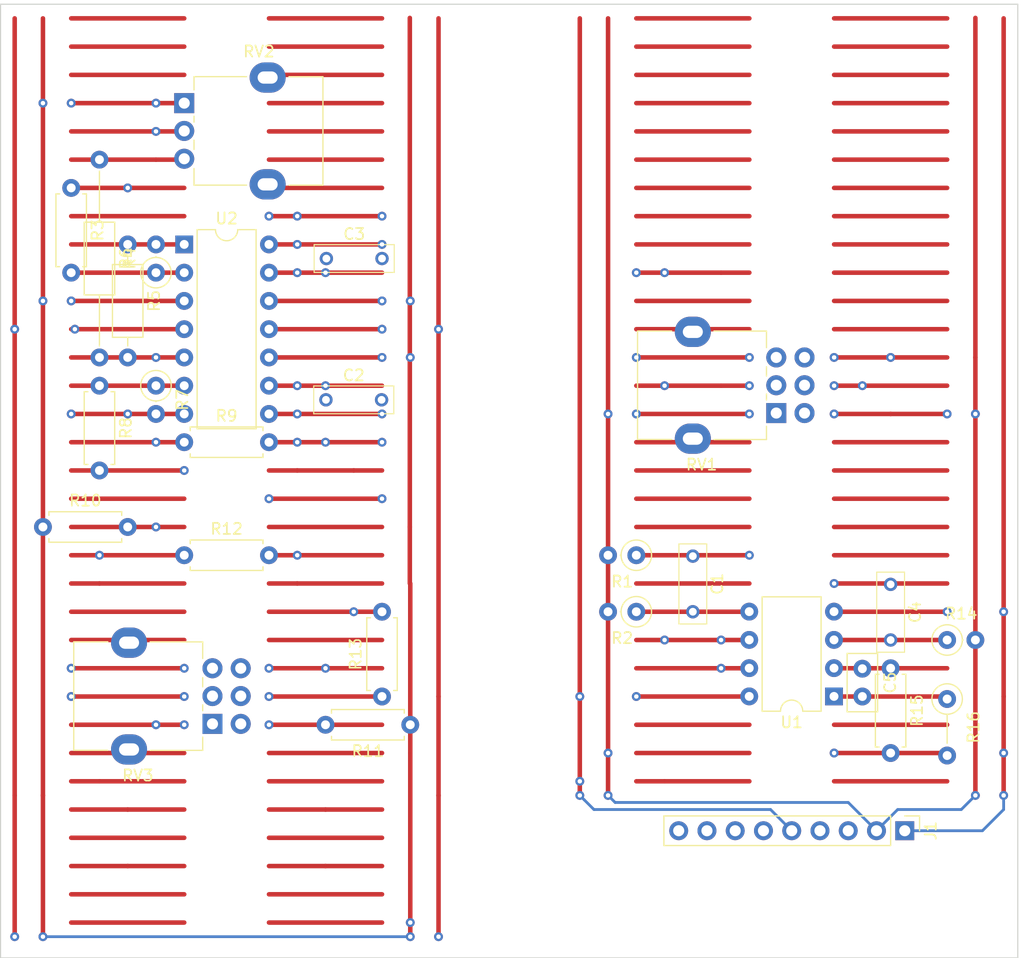
<source format=kicad_pcb>
(kicad_pcb (version 20221018) (generator pcbnew)
  (title_block (title "Filter2 - Eurorack ProtoModule") (date "2023-12-06") (rev "1.0") (company "Len Popp") (comment 1 "Copyright © 2023 Len Popp CC BY") (comment 2 "Layout design for my custom Eurorack breadboard prototyping module"))
  (layers (0 "F.Cu" signal) (1 "In1.Cu" jumper "Wire1.Cu") (2 "In2.Cu" jumper "Wire2.Cu") (3 "In3.Cu" jumper "Wire3.Cu") (4 "In4.Cu" jumper "Wire4.Cu") (31 "B.Cu" signal) (34 "B.Paste" user) (35 "F.Paste" user) (36 "B.SilkS" user "B.Silkscreen") (37 "F.SilkS" user "F.Silkscreen") (38 "B.Mask" user) (39 "F.Mask" user) (44 "Edge.Cuts" user))
  (net 0 "")
  (net 1 "+12V")
  (net 2 "GND")
  (net 3 "-12V")
  (net 4 "+5V")
  (net 5 "IN")
  (net 6 "Net-(U1A-+)")
  (net 7 "Net-(U2C--)")
  (net 8 "BP")
  (net 9 "Net-(U2D--)")
  (net 10 "LP")
  (net 11 "Net-(C4-Pad1)")
  (net 12 "Net-(U1B-+)")
  (net 13 "Net-(U1B--)")
  (net 14 "Net-(C5-Pad2)")
  (net 15 "OUT")
  (net 19 "FILTER-IN")
  (net 20 "Net-(U2A--)")
  (net 21 "Net-(R4-Pad2)")
  (net 22 "Net-(U2B-+)")
  (net 23 "Net-(R6-Pad1)")
  (net 24 "Net-(U2B--)")
  (net 25 "HP")
  (net 26 "Net-(R12-Pad1)")
  (net 27 "Net-(R13-Pad1)")
  (net 28 "Net-(U1A--)")
  (net 29 "Net-(R10-Pad2)")
  (net 30 "Net-(R11-Pad2)")
  (footprint "Connector_PinHeader_2.54mm:PinHeader_1x09_P2.54mm_Vertical" (layer "F.Cu") (at 163.83 98.425 -90)
    (fp_text reference "J1" (at 0 -2.33 90) (layer "F.SilkS"))
    (fp_text value "Conn_01x09")
    (pad "1" thru_hole rect (at 0 0 270) (size 1.7 1.7) (drill 1) (layers "*.Cu" "*.Mask") (net 3 "-12V"))
    (pad "2" thru_hole oval (at 0 2.54 270) (size 1.7 1.7) (drill 1) (layers "*.Cu" "*.Mask") (net 2 "GND"))
    (pad "3" thru_hole oval (at 0 5.08 270) (size 1.7 1.7) (drill 1) (layers "*.Cu" "*.Mask") (net 15 "OUT"))
    (pad "4" thru_hole oval (at 0 7.62 270) (size 1.7 1.7) (drill 1) (layers "*.Cu" "*.Mask") (net 5 "IN"))
    (pad "5" thru_hole oval (at 0 10.16 270) (size 1.7 1.7) (drill 1) (layers "*.Cu" "*.Mask") (net 1 "+12V"))
    (pad "6" thru_hole oval (at 0 12.7 270) (size 1.7 1.7) (drill 1) (layers "*.Cu" "*.Mask"))
    (pad "7" thru_hole oval (at 0 15.24 270) (size 1.7 1.7) (drill 1) (layers "*.Cu" "*.Mask") (net 4 "+5V"))
    (pad "8" thru_hole oval (at 0 17.78 270) (size 1.7 1.7) (drill 1) (layers "*.Cu" "*.Mask"))
    (pad "9" thru_hole oval (at 0 20.32 270) (size 1.7 1.7) (drill 1) (layers "*.Cu" "*.Mask"))
  )
  (footprint "-lmp-misc:R_Axial_DIN0207_L6.3mm_D2.5mm_P7.62mm_Horizontal" (layer "F.Cu") (at 99.06 63.5)
    (fp_text reference "R9" (at 3.81 -2.37) (layer "F.SilkS"))
    (fp_text value "10K")
    (pad "1" thru_hole circle (at 0 0) (size 1.6 1.6) (drill 0.8) (layers "*.Cu" "*.Mask") (net 22 "Net-(U2B-+)"))
    (pad "2" thru_hole oval (at 7.62 0) (size 1.6 1.6) (drill 0.8) (layers "*.Cu" "*.Mask") (net 8 "BP"))
  )
  (footprint "-lmp-misc:R_Axial_DIN0207_L6.3mm_D2.5mm_P7.62mm_Horizontal" (layer "F.Cu") (at 119.38 88.9 180)
    (fp_text reference "R11" (at 3.81 -2.37) (layer "F.SilkS"))
    (fp_text value "51R")
    (pad "1" thru_hole circle (at 0 0 180) (size 1.6 1.6) (drill 0.8) (layers "*.Cu" "*.Mask") (net 2 "GND"))
    (pad "2" thru_hole oval (at 7.62 0 180) (size 1.6 1.6) (drill 0.8) (layers "*.Cu" "*.Mask") (net 30 "Net-(R11-Pad2)"))
  )
  (footprint "-lmp-misc:C_Rect_Kemet_L7.2mm_W2.5mm_P5mm" (layer "F.Cu") (at 111.8 59.69)
    (fp_text reference "C2" (at 2.5 -2.2) (layer "F.SilkS"))
    (fp_text value "1N2" hide)
    (pad "1" thru_hole circle (at 0 0) (size 1.2 1.2) (drill 0.7) (layers "*.Cu" "*.Mask") (net 7 "Net-(U2C--)"))
    (pad "2" thru_hole circle (at 5 0) (size 1.2 1.2) (drill 0.7) (layers "*.Cu" "*.Mask") (net 8 "BP"))
  )
  (footprint "-lmp-synth:Potentiometer_Alpha_RD901F-40-00D_Single_Vertical" (layer "F.Cu") (at 99.06 33.02)
    (fp_text reference "RV2" (at 6.71 -4.64) (layer "F.SilkS"))
    (fp_text value "50K")
    (pad "" thru_hole oval (at 7.5 -2.3 90) (size 2.72 3.24) (drill oval 1.1 1.8) (layers "*.Cu" "*.Mask"))
    (pad "" thru_hole oval (at 7.5 7.3 90) (size 2.72 3.24) (drill oval 1.1 1.8) (layers "*.Cu" "*.Mask"))
    (pad "1" thru_hole rect (at 0 0 90) (size 1.8 1.8) (drill 1) (layers "*.Cu" "*.Mask") (net 2 "GND"))
    (pad "2" thru_hole circle (at 0 2.5 90) (size 1.8 1.8) (drill 1) (layers "*.Cu" "*.Mask") (net 2 "GND"))
    (pad "3" thru_hole circle (at 0 5 90) (size 1.8 1.8) (drill 1) (layers "*.Cu" "*.Mask") (net 23 "Net-(R6-Pad1)"))
  )
  (footprint "Package_DIP:DIP-14_W7.62mm" (layer "F.Cu") (at 99.06 45.72)
    (fp_text reference "U2" (at 3.81 -2.33) (layer "F.SilkS"))
    (fp_text value "TL074")
    (pad "1" thru_hole rect (at 0 0) (size 1.6 1.6) (drill 0.8) (layers "*.Cu" "*.Mask") (net 21 "Net-(R4-Pad2)"))
    (pad "2" thru_hole oval (at 0 2.54) (size 1.6 1.6) (drill 0.8) (layers "*.Cu" "*.Mask") (net 20 "Net-(U2A--)"))
    (pad "3" thru_hole oval (at 0 5.08) (size 1.6 1.6) (drill 0.8) (layers "*.Cu" "*.Mask") (net 2 "GND"))
    (pad "4" thru_hole oval (at 0 7.62) (size 1.6 1.6) (drill 0.8) (layers "*.Cu" "*.Mask") (net 1 "+12V"))
    (pad "5" thru_hole oval (at 0 10.16) (size 1.6 1.6) (drill 0.8) (layers "*.Cu" "*.Mask") (net 22 "Net-(U2B-+)"))
    (pad "6" thru_hole oval (at 0 12.7) (size 1.6 1.6) (drill 0.8) (layers "*.Cu" "*.Mask") (net 24 "Net-(U2B--)"))
    (pad "7" thru_hole oval (at 0 15.24) (size 1.6 1.6) (drill 0.8) (layers "*.Cu" "*.Mask") (net 25 "HP"))
    (pad "8" thru_hole oval (at 7.62 15.24) (size 1.6 1.6) (drill 0.8) (layers "*.Cu" "*.Mask") (net 8 "BP"))
    (pad "9" thru_hole oval (at 7.62 12.7) (size 1.6 1.6) (drill 0.8) (layers "*.Cu" "*.Mask") (net 7 "Net-(U2C--)"))
    (pad "10" thru_hole oval (at 7.62 10.16) (size 1.6 1.6) (drill 0.8) (layers "*.Cu" "*.Mask") (net 2 "GND"))
    (pad "11" thru_hole oval (at 7.62 7.62) (size 1.6 1.6) (drill 0.8) (layers "*.Cu" "*.Mask") (net 3 "-12V"))
    (pad "12" thru_hole oval (at 7.62 5.08) (size 1.6 1.6) (drill 0.8) (layers "*.Cu" "*.Mask") (net 2 "GND"))
    (pad "13" thru_hole oval (at 7.62 2.54) (size 1.6 1.6) (drill 0.8) (layers "*.Cu" "*.Mask") (net 9 "Net-(U2D--)"))
    (pad "14" thru_hole oval (at 7.62 0) (size 1.6 1.6) (drill 0.8) (layers "*.Cu" "*.Mask") (net 10 "LP"))
  )
  (footprint "-lmp-misc:C_Rect_Kemet_L7.2mm_W2.5mm_P5mm" (layer "F.Cu") (at 111.84 46.99)
    (fp_text reference "C3" (at 2.5 -2.2) (layer "F.SilkS"))
    (fp_text value "1N2" hide)
    (pad "1" thru_hole circle (at 0 0) (size 1.2 1.2) (drill 0.7) (layers "*.Cu" "*.Mask") (net 9 "Net-(U2D--)"))
    (pad "2" thru_hole circle (at 5 0) (size 1.2 1.2) (drill 0.7) (layers "*.Cu" "*.Mask") (net 10 "LP"))
  )
  (footprint "-lmp-misc:R_Axial_DIN0207_L6.3mm_D2.5mm_P7.62mm_Horizontal" (layer "F.Cu") (at 162.56 83.82 -90)
    (fp_text reference "R15" (at 3.81 -2.37 90) (layer "F.SilkS"))
    (fp_text value "100K")
    (pad "1" thru_hole circle (at 0 0 270) (size 1.6 1.6) (drill 0.8) (layers "*.Cu" "*.Mask") (net 28 "Net-(U1A--)"))
    (pad "2" thru_hole oval (at 7.62 0 270) (size 1.6 1.6) (drill 0.8) (layers "*.Cu" "*.Mask") (net 15 "OUT"))
  )
  (footprint "-lmp-stripboard:SB_Gen_1" (layer "F.Cu") (at 139.7 78.74 180)
    (fp_text reference "R2" (at 1.27 -2.37) (layer "F.SilkS"))
    (fp_text value "100K")
    (pad "1" thru_hole circle (at 0 0 180) (size 1.6 1.6) (drill 0.8) (layers "*.Cu" "*.Mask") (net 12 "Net-(U1B-+)"))
    (pad "2" thru_hole oval (at 2.54 0 180) (size 1.6 1.6) (drill 0.8) (layers "*.Cu" "*.Mask") (net 2 "GND"))
  )
  (footprint "-lmp-misc:R_Axial_DIN0207_L6.3mm_D2.5mm_P7.62mm_Horizontal" (layer "F.Cu") (at 99.06 73.66)
    (fp_text reference "R12" (at 3.81 -2.37) (layer "F.SilkS"))
    (fp_text value "15K")
    (pad "1" thru_hole circle (at 0 0) (size 1.6 1.6) (drill 0.8) (layers "*.Cu" "*.Mask") (net 26 "Net-(R12-Pad1)"))
    (pad "2" thru_hole oval (at 7.62 0) (size 1.6 1.6) (drill 0.8) (layers "*.Cu" "*.Mask") (net 7 "Net-(U2C--)"))
  )
  (footprint "-lmp-stripboard:SB_Gen_2" (layer "F.Cu") (at 167.64 86.585 -90)
    (fp_text reference "R16" (at 2.54 -2.37 90) (layer "F.SilkS"))
    (fp_text value "51R")
    (pad "1" thru_hole circle (at 0 0 270) (size 1.6 1.6) (drill 0.8) (layers "*.Cu" "*.Mask") (net 14 "Net-(C5-Pad2)"))
    (pad "2" thru_hole oval (at 5.08 0 270) (size 1.6 1.6) (drill 0.8) (layers "*.Cu" "*.Mask") (net 15 "OUT"))
  )
  (footprint "-lmp-stripboard:SB_Gen_1" (layer "F.Cu") (at 96.52 48.26 90)
    (fp_text reference "R4" (at 1.27 -2.37 90) (layer "F.SilkS"))
    (fp_text value "22K")
    (pad "1" thru_hole circle (at 0 0 90) (size 1.6 1.6) (drill 0.8) (layers "*.Cu" "*.Mask") (net 20 "Net-(U2A--)"))
    (pad "2" thru_hole oval (at 2.54 0 90) (size 1.6 1.6) (drill 0.8) (layers "*.Cu" "*.Mask") (net 21 "Net-(R4-Pad2)"))
  )
  (footprint "-lmp-misc:R_Axial_DIN0207_L6.3mm_D2.5mm_P7.62mm_Horizontal" (layer "F.Cu") (at 88.9 40.64 -90)
    (fp_text reference "R3" (at 3.81 -2.37 90) (layer "F.SilkS"))
    (fp_text value "10K")
    (pad "1" thru_hole circle (at 0 0 270) (size 1.6 1.6) (drill 0.8) (layers "*.Cu" "*.Mask") (net 19 "FILTER-IN"))
    (pad "2" thru_hole oval (at 7.62 0 270) (size 1.6 1.6) (drill 0.8) (layers "*.Cu" "*.Mask") (net 20 "Net-(U2A--)"))
  )
  (footprint "-lmp-misc:R_Axial_DIN0207_L6.3mm_D2.5mm_P7.62mm_Horizontal" (layer "F.Cu") (at 91.44 58.42 -90)
    (fp_text reference "R8" (at 3.81 -2.37 90) (layer "F.SilkS"))
    (fp_text value "15K")
    (pad "1" thru_hole circle (at 0 0 270) (size 1.6 1.6) (drill 0.8) (layers "*.Cu" "*.Mask") (net 24 "Net-(U2B--)"))
    (pad "2" thru_hole oval (at 7.62 0 270) (size 1.6 1.6) (drill 0.8) (layers "*.Cu" "*.Mask") (net 10 "LP"))
  )
  (footprint "-lmp-stripboard:SB_Gen_4" (layer "F.Cu") (at 93.98 45.72 -90)
    (fp_text reference "R5" (at 5.08 -2.37 90) (layer "F.SilkS"))
    (fp_text value "22K")
    (pad "1" thru_hole circle (at 0 0 270) (size 1.6 1.6) (drill 0.8) (layers "*.Cu" "*.Mask") (net 21 "Net-(R4-Pad2)"))
    (pad "2" thru_hole oval (at 10.16 0 270) (size 1.6 1.6) (drill 0.8) (layers "*.Cu" "*.Mask") (net 22 "Net-(U2B-+)"))
  )
  (footprint "-lmp-stripboard:SB_Gen_7" (layer "F.Cu") (at 91.44 38.1 -90)
    (fp_text reference "R6" (at 8.89 -2.37 90) (layer "F.SilkS"))
    (fp_text value "1K")
    (pad "1" thru_hole circle (at 0 0 270) (size 1.6 1.6) (drill 0.8) (layers "*.Cu" "*.Mask") (net 23 "Net-(R6-Pad1)"))
    (pad "2" thru_hole oval (at 17.78 0 270) (size 1.6 1.6) (drill 0.8) (layers "*.Cu" "*.Mask") (net 22 "Net-(U2B-+)"))
  )
  (footprint "-lmp-misc:C_Rect_Kemet_L7.2mm_W2.5mm_P5mm" (layer "F.Cu") (at 162.56 76.28 -90)
    (fp_text reference "C4" (at 2.5 -2.2 90) (layer "F.SilkS"))
    (fp_text value "1U" hide)
    (pad "1" thru_hole circle (at 0 0 270) (size 1.2 1.2) (drill 0.7) (layers "*.Cu" "*.Mask") (net 11 "Net-(C4-Pad1)"))
    (pad "2" thru_hole circle (at 5 0 270) (size 1.2 1.2) (drill 0.7) (layers "*.Cu" "*.Mask") (net 6 "Net-(U1A-+)"))
  )
  (footprint "-lmp-stripboard:SB_Gen_1" (layer "F.Cu") (at 167.64 81.28)
    (fp_text reference "R14" (at 1.27 -2.37) (layer "F.SilkS"))
    (fp_text value "1M")
    (pad "1" thru_hole circle (at 0 0) (size 1.6 1.6) (drill 0.8) (layers "*.Cu" "*.Mask") (net 6 "Net-(U1A-+)"))
    (pad "2" thru_hole oval (at 2.54 0) (size 1.6 1.6) (drill 0.8) (layers "*.Cu" "*.Mask") (net 2 "GND"))
  )
  (footprint "-lmp-misc:R_Axial_DIN0207_L6.3mm_D2.5mm_P7.62mm_Horizontal" (layer "F.Cu") (at 116.84 86.36 90)
    (fp_text reference "R13" (at 3.81 -2.37 90) (layer "F.SilkS"))
    (fp_text value "15K")
    (pad "1" thru_hole circle (at 0 0 90) (size 1.6 1.6) (drill 0.8) (layers "*.Cu" "*.Mask") (net 27 "Net-(R13-Pad1)"))
    (pad "2" thru_hole oval (at 7.62 0 90) (size 1.6 1.6) (drill 0.8) (layers "*.Cu" "*.Mask") (net 9 "Net-(U2D--)"))
  )
  (footprint "-lmp-synth:Potentiometer_Alpha_RD902F-40-00D_Dual_Vertical" (layer "F.Cu") (at 101.6 88.82 180)
    (fp_text reference "RV3" (at 6.71 -4.64) (layer "F.SilkS"))
    (fp_text value "10K")
    (pad "" thru_hole oval (at 7.5 -2.3 270) (size 2.72 3.24) (drill oval 1.1 1.8) (layers "*.Cu" "*.Mask"))
    (pad "" thru_hole oval (at 7.5 7.3 270) (size 2.72 3.24) (drill oval 1.1 1.8) (layers "*.Cu" "*.Mask"))
    (pad "1" thru_hole rect (at 0 0 270) (size 1.8 1.8) (drill 1) (layers "*.Cu" "*.Mask") (net 29 "Net-(R10-Pad2)"))
    (pad "2" thru_hole circle (at 0 2.5 270) (size 1.8 1.8) (drill 1) (layers "*.Cu" "*.Mask") (net 26 "Net-(R12-Pad1)"))
    (pad "3" thru_hole circle (at 0 5 270) (size 1.8 1.8) (drill 1) (layers "*.Cu" "*.Mask") (net 25 "HP"))
    (pad "4" thru_hole circle (at -2.54 0 270) (size 1.8 1.8) (drill 1) (layers "*.Cu" "*.Mask") (net 30 "Net-(R11-Pad2)"))
    (pad "5" thru_hole circle (at -2.54 2.5 270) (size 1.8 1.8) (drill 1) (layers "*.Cu" "*.Mask") (net 27 "Net-(R13-Pad1)"))
    (pad "6" thru_hole circle (at -2.54 5 270) (size 1.8 1.8) (drill 1) (layers "*.Cu" "*.Mask") (net 8 "BP"))
  )
  (footprint "Package_DIP:DIP-8_W7.62mm" (layer "F.Cu") (at 157.47 86.35 180)
    (fp_text reference "U1" (at 3.81 -2.33) (layer "F.SilkS"))
    (fp_text value "TL072")
    (pad "1" thru_hole rect (at 0 0 180) (size 1.6 1.6) (drill 0.8) (layers "*.Cu" "*.Mask") (net 14 "Net-(C5-Pad2)"))
    (pad "2" thru_hole oval (at 0 2.54 180) (size 1.6 1.6) (drill 0.8) (layers "*.Cu" "*.Mask") (net 28 "Net-(U1A--)"))
    (pad "3" thru_hole oval (at 0 5.08 180) (size 1.6 1.6) (drill 0.8) (layers "*.Cu" "*.Mask") (net 6 "Net-(U1A-+)"))
    (pad "4" thru_hole oval (at 0 7.62 180) (size 1.6 1.6) (drill 0.8) (layers "*.Cu" "*.Mask") (net 3 "-12V"))
    (pad "5" thru_hole oval (at 7.62 7.62 180) (size 1.6 1.6) (drill 0.8) (layers "*.Cu" "*.Mask") (net 12 "Net-(U1B-+)"))
    (pad "6" thru_hole oval (at 7.62 5.08 180) (size 1.6 1.6) (drill 0.8) (layers "*.Cu" "*.Mask") (net 13 "Net-(U1B--)"))
    (pad "7" thru_hole oval (at 7.62 2.54 180) (size 1.6 1.6) (drill 0.8) (layers "*.Cu" "*.Mask") (net 13 "Net-(U1B--)"))
    (pad "8" thru_hole oval (at 7.62 0 180) (size 1.6 1.6) (drill 0.8) (layers "*.Cu" "*.Mask") (net 1 "+12V"))
  )
  (footprint "-lmp-stripboard:SB_Gen_1" (layer "F.Cu") (at 139.7 73.66 180)
    (fp_text reference "R1" (at 1.27 -2.37) (layer "F.SilkS"))
    (fp_text value "1M")
    (pad "1" thru_hole circle (at 0 0 180) (size 1.6 1.6) (drill 0.8) (layers "*.Cu" "*.Mask") (net 5 "IN"))
    (pad "2" thru_hole oval (at 2.54 0 180) (size 1.6 1.6) (drill 0.8) (layers "*.Cu" "*.Mask") (net 2 "GND"))
  )
  (footprint "-lmp-misc:C_Disc_D5.0mm_W2.5mm_P2.50mm" (layer "F.Cu") (at 160.02 83.86 -90)
    (fp_text reference "C5" (at 1.25 -2.5 90) (layer "F.SilkS"))
    (fp_text value "22P")
    (pad "1" thru_hole circle (at 0 0 270) (size 1.6 1.6) (drill 0.8) (layers "*.Cu" "*.Mask") (net 28 "Net-(U1A--)"))
    (pad "2" thru_hole circle (at 2.5 0 270) (size 1.6 1.6) (drill 0.8) (layers "*.Cu" "*.Mask") (net 14 "Net-(C5-Pad2)"))
  )
  (footprint "-lmp-synth:Potentiometer_Alpha_RD902F-40-00D_Dual_Vertical" (layer "F.Cu") (at 152.28 60.88 180)
    (fp_text reference "RV1" (at 6.71 -4.64) (layer "F.SilkS"))
    (fp_text value "50K")
    (pad "" thru_hole oval (at 7.5 -2.3 270) (size 2.72 3.24) (drill oval 1.1 1.8) (layers "*.Cu" "*.Mask"))
    (pad "" thru_hole oval (at 7.5 7.3 270) (size 2.72 3.24) (drill oval 1.1 1.8) (layers "*.Cu" "*.Mask"))
    (pad "1" thru_hole rect (at 0 0 270) (size 1.8 1.8) (drill 1) (layers "*.Cu" "*.Mask") (net 2 "GND"))
    (pad "2" thru_hole circle (at 0 2.5 270) (size 1.8 1.8) (drill 1) (layers "*.Cu" "*.Mask") (net 19 "FILTER-IN"))
    (pad "3" thru_hole circle (at 0 5 270) (size 1.8 1.8) (drill 1) (layers "*.Cu" "*.Mask") (net 13 "Net-(U1B--)"))
    (pad "4" thru_hole circle (at -2.54 0 270) (size 1.8 1.8) (drill 1) (layers "*.Cu" "*.Mask") (net 2 "GND"))
    (pad "5" thru_hole circle (at -2.54 2.5 270) (size 1.8 1.8) (drill 1) (layers "*.Cu" "*.Mask") (net 11 "Net-(C4-Pad1)"))
    (pad "6" thru_hole circle (at -2.54 5 270) (size 1.8 1.8) (drill 1) (layers "*.Cu" "*.Mask") (net 8 "BP"))
  )
  (footprint "-lmp-misc:C_Rect_Kemet_L7.2mm_W2.5mm_P5mm" (layer "F.Cu") (at 144.78 73.74 -90)
    (fp_text reference "C1" (at 2.5 -2.2 90) (layer "F.SilkS"))
    (fp_text value "1U" hide)
    (pad "1" thru_hole circle (at 0 0 270) (size 1.2 1.2) (drill 0.7) (layers "*.Cu" "*.Mask") (net 5 "IN"))
    (pad "2" thru_hole circle (at 5 0 270) (size 1.2 1.2) (drill 0.7) (layers "*.Cu" "*.Mask") (net 12 "Net-(U1B-+)"))
  )
  (footprint "-lmp-stripboard:SB_Gen_1" (layer "F.Cu") (at 96.52 58.42 -90)
    (fp_text reference "R7" (at 1.27 -2.37 90) (layer "F.SilkS"))
    (fp_text value "15K")
    (pad "1" thru_hole circle (at 0 0 270) (size 1.6 1.6) (drill 0.8) (layers "*.Cu" "*.Mask") (net 24 "Net-(U2B--)"))
    (pad "2" thru_hole oval (at 2.54 0 270) (size 1.6 1.6) (drill 0.8) (layers "*.Cu" "*.Mask") (net 25 "HP"))
  )
  (footprint "-lmp-misc:R_Axial_DIN0207_L6.3mm_D2.5mm_P7.62mm_Horizontal" (layer "F.Cu") (at 86.36 71.12)
    (fp_text reference "R10" (at 3.81 -2.37) (layer "F.SilkS"))
    (fp_text value "51R")
    (pad "1" thru_hole circle (at 0 0) (size 1.6 1.6) (drill 0.8) (layers "*.Cu" "*.Mask") (net 2 "GND"))
    (pad "2" thru_hole oval (at 7.62 0) (size 1.6 1.6) (drill 0.8) (layers "*.Cu" "*.Mask") (net 29 "Net-(R10-Pad2)"))
  )
  (gr_line (start 173.99 109.855) (end 82.55 109.855) (stroke (width 0.1)) (layer "Edge.Cuts"))
  (gr_line (start 173.99 24.13) (end 173.99 109.855) (stroke (width 0.1)) (layer "Edge.Cuts"))
  (gr_line (start 82.55 109.855) (end 82.55 24.13) (stroke (width 0.1)) (layer "Edge.Cuts"))
  (gr_line (start 82.55 24.13) (end 173.99 24.13) (stroke (width 0.1)) (layer "Edge.Cuts"))
  (segment (start 149.86 38.1) (end 139.7 38.1) (width 0.4064) (layer "F.Cu") (net 0))
  (segment (start 149.86 40.64) (end 139.7 40.64) (width 0.4064) (layer "F.Cu") (net 0))
  (segment (start 149.86 50.8) (end 139.7 50.8) (width 0.4064) (layer "F.Cu") (net 0))
  (segment (start 149.86 43.18) (end 139.7 43.18) (width 0.4064) (layer "F.Cu") (net 0))
  (segment (start 167.64 73.66) (end 157.48 73.66) (width 0.4064) (layer "F.Cu") (net 0))
  (segment (start 149.86 27.94) (end 139.7 27.94) (width 0.4064) (layer "F.Cu") (net 0))
  (segment (start 149.86 68.58) (end 139.7 68.58) (width 0.4064) (layer "F.Cu") (net 0))
  (segment (start 149.86 33.02) (end 139.7 33.02) (width 0.4064) (layer "F.Cu") (net 0))
  (segment (start 149.86 88.9) (end 139.7 88.9) (width 0.4064) (layer "F.Cu") (net 0))
  (segment (start 149.86 71.12) (end 139.7 71.12) (width 0.4064) (layer "F.Cu") (net 0))
  (segment (start 149.86 45.72) (end 139.7 45.72) (width 0.4064) (layer "F.Cu") (net 0))
  (segment (start 149.86 63.5) (end 139.7 63.5) (width 0.4064) (layer "F.Cu") (net 0))
  (segment (start 149.86 91.44) (end 139.7 91.44) (width 0.4064) (layer "F.Cu") (net 0))
  (segment (start 167.64 66.04) (end 157.48 66.04) (width 0.4064) (layer "F.Cu") (net 0))
  (segment (start 149.86 93.98) (end 142.24 93.98) (width 0.4064) (layer "F.Cu") (net 0))
  (segment (start 167.64 40.64) (end 157.48 40.64) (width 0.4064) (layer "F.Cu") (net 0))
  (segment (start 149.86 76.2) (end 139.7 76.2) (width 0.4064) (layer "F.Cu") (net 0))
  (segment (start 149.86 30.48) (end 139.7 30.48) (width 0.4064) (layer "F.Cu") (net 0))
  (segment (start 149.86 35.56) (end 139.7 35.56) (width 0.4064) (layer "F.Cu") (net 0))
  (segment (start 149.86 25.4) (end 139.7 25.4) (width 0.4064) (layer "F.Cu") (net 0))
  (segment (start 149.86 53.34) (end 139.7 53.34) (width 0.4064) (layer "F.Cu") (net 0))
  (segment (start 167.64 48.26) (end 157.48 48.26) (width 0.4064) (layer "F.Cu") (net 0))
  (segment (start 167.64 88.9) (end 157.48 88.9) (width 0.4064) (layer "F.Cu") (net 0))
  (segment (start 167.64 93.98) (end 157.48 93.98) (width 0.4064) (layer "F.Cu") (net 0))
  (segment (start 149.86 66.04) (end 139.7 66.04) (width 0.4064) (layer "F.Cu") (net 0))
  (segment (start 167.64 50.8) (end 157.48 50.8) (width 0.4064) (layer "F.Cu") (net 0))
  (segment (start 167.64 43.18) (end 157.48 43.18) (width 0.4064) (layer "F.Cu") (net 0))
  (segment (start 167.64 25.4) (end 157.48 25.4) (width 0.4064) (layer "F.Cu") (net 0))
  (segment (start 167.64 27.94) (end 157.48 27.94) (width 0.4064) (layer "F.Cu") (net 0))
  (segment (start 167.64 35.56) (end 157.48 35.56) (width 0.4064) (layer "F.Cu") (net 0))
  (segment (start 167.64 38.1) (end 157.48 38.1) (width 0.4064) (layer "F.Cu") (net 0))
  (segment (start 167.64 53.34) (end 157.48 53.34) (width 0.4064) (layer "F.Cu") (net 0))
  (segment (start 167.64 68.58) (end 157.48 68.58) (width 0.4064) (layer "F.Cu") (net 0))
  (segment (start 167.64 30.48) (end 157.48 30.48) (width 0.4064) (layer "F.Cu") (net 0))
  (segment (start 167.64 33.02) (end 157.48 33.02) (width 0.4064) (layer "F.Cu") (net 0))
  (segment (start 167.64 71.12) (end 157.48 71.12) (width 0.4064) (layer "F.Cu") (net 0))
  (segment (start 167.64 45.72) (end 157.48 45.72) (width 0.4064) (layer "F.Cu") (net 0))
  (segment (start 167.64 63.5) (end 157.48 63.5) (width 0.4064) (layer "F.Cu") (net 0))
  (segment (start 99.06 43.18) (end 88.9 43.18) (width 0.4064) (layer "F.Cu") (net 0))
  (segment (start 114.3 66.04) (end 109.22 66.04) (width 0.4064) (layer "F.Cu") (net 0))
  (segment (start 99.06 93.98) (end 91.44 93.98) (width 0.4064) (layer "F.Cu") (net 0))
  (segment (start 116.84 35.56) (end 106.68 35.56) (width 0.4064) (layer "F.Cu") (net 0))
  (segment (start 99.06 27.94) (end 88.9 27.94) (width 0.4064) (layer "F.Cu") (net 0))
  (segment (start 99.06 99.06) (end 88.9 99.06) (width 0.4064) (layer "F.Cu") (net 0))
  (segment (start 99.06 106.68) (end 88.9 106.68) (width 0.4064) (layer "F.Cu") (net 0))
  (segment (start 99.06 101.6) (end 93.98 101.6) (width 0.4064) (layer "F.Cu") (net 0))
  (segment (start 109.22 76.2) (end 106.68 76.2) (width 0.4064) (layer "F.Cu") (net 0))
  (segment (start 116.84 93.98) (end 106.68 93.98) (width 0.4064) (layer "F.Cu") (net 0))
  (segment (start 93.98 96.52) (end 88.9 96.52) (width 0.4064) (layer "F.Cu") (net 0))
  (segment (start 111.76 96.52) (end 106.68 96.52) (width 0.4064) (layer "F.Cu") (net 0))
  (segment (start 91.44 93.98) (end 88.9 93.98) (width 0.4064) (layer "F.Cu") (net 0))
  (segment (start 116.84 30.48) (end 106.68 30.48) (width 0.4064) (layer "F.Cu") (net 0))
  (segment (start 99.06 25.4) (end 88.9 25.4) (width 0.4064) (layer "F.Cu") (net 0))
  (segment (start 99.06 78.74) (end 88.9 78.74) (width 0.4064) (layer "F.Cu") (net 0))
  (segment (start 91.44 76.2) (end 88.9 76.2) (width 0.4064) (layer "F.Cu") (net 0))
  (segment (start 116.84 106.68) (end 106.68 106.68) (width 0.4064) (layer "F.Cu") (net 0))
  (segment (start 99.06 76.2) (end 91.44 76.2) (width 0.4064) (layer "F.Cu") (net 0))
  (segment (start 116.84 96.52) (end 111.76 96.52) (width 0.4064) (layer "F.Cu") (net 0))
  (segment (start 99.06 30.48) (end 88.9 30.48) (width 0.4064) (layer "F.Cu") (net 0))
  (segment (start 93.98 101.6) (end 88.9 101.6) (width 0.4064) (layer "F.Cu") (net 0))
  (segment (start 116.84 66.04) (end 114.3 66.04) (width 0.4064) (layer "F.Cu") (net 0))
  (segment (start 116.84 27.94) (end 106.68 27.94) (width 0.4064) (layer "F.Cu") (net 0))
  (segment (start 116.84 40.64) (end 106.68 40.64) (width 0.4064) (layer "F.Cu") (net 0))
  (segment (start 116.84 71.12) (end 106.68 71.12) (width 0.4064) (layer "F.Cu") (net 0))
  (segment (start 99.06 104.14) (end 88.9 104.14) (width 0.4064) (layer "F.Cu") (net 0))
  (segment (start 116.84 76.2) (end 109.22 76.2) (width 0.4064) (layer "F.Cu") (net 0))
  (segment (start 116.84 25.4) (end 106.68 25.4) (width 0.4064) (layer "F.Cu") (net 0))
  (segment (start 109.22 66.04) (end 106.68 66.04) (width 0.4064) (layer "F.Cu") (net 0))
  (segment (start 116.84 33.02) (end 106.68 33.02) (width 0.4064) (layer "F.Cu") (net 0))
  (segment (start 99.06 68.58) (end 88.9 68.58) (width 0.4064) (layer "F.Cu") (net 0))
  (segment (start 116.84 99.06) (end 106.68 99.06) (width 0.4064) (layer "F.Cu") (net 0))
  (segment (start 99.06 81.28) (end 88.9 81.28) (width 0.4064) (layer "F.Cu") (net 0))
  (segment (start 116.84 104.14) (end 106.68 104.14) (width 0.4064) (layer "F.Cu") (net 0))
  (segment (start 99.06 91.44) (end 88.9 91.44) (width 0.4064) (layer "F.Cu") (net 0))
  (segment (start 116.84 38.1) (end 106.68 38.1) (width 0.4064) (layer "F.Cu") (net 0))
  (segment (start 116.84 81.28) (end 106.68 81.28) (width 0.4064) (layer "F.Cu") (net 0))
  (segment (start 99.06 96.52) (end 93.98 96.52) (width 0.4064) (layer "F.Cu") (net 0))
  (segment (start 116.84 101.6) (end 111.76 101.6) (width 0.4064) (layer "F.Cu") (net 0))
  (segment (start 142.24 93.98) (end 139.7 93.98) (width 0.4064) (layer "F.Cu") (net 0))
  (segment (start 111.76 101.6) (end 106.68 101.6) (width 0.4064) (layer "F.Cu") (net 0))
  (segment (start 116.84 91.44) (end 106.68 91.44) (width 0.4064) (layer "F.Cu") (net 0))
  (segment (start 149.86 86.36) (end 139.7 86.36) (width 0.4064) (layer "F.Cu") (net 1))
  (segment (start 134.62 25.4) (end 134.62 93.98) (width 0.4064) (layer "F.Cu") (net 1))
  (segment (start 134.62 95.25) (end 134.62 95.25) (width 0.4064) (layer "F.Cu") (net 1))
  (segment (start 83.82 25.4) (end 83.82 53.34) (width 0.4064) (layer "F.Cu") (net 1))
  (segment (start 83.82 95.25) (end 83.82 95.25) (width 0.4064) (layer "F.Cu") (net 1))
  (segment (start 83.82 107.95) (end 83.82 53.34) (width 0.4064) (layer "F.Cu") (net 1))
  (segment (start 89.23 53.34) (end 88.9 53.34) (width 0.4064) (layer "F.Cu") (net 1))
  (segment (start 134.62 93.98) (end 134.62 95.25) (width 0.4064) (layer "F.Cu") (net 1))
  (segment (start 99.06 53.34) (end 89.23 53.34) (width 0.4064) (layer "F.Cu") (net 1))
  (via (at 89.23 53.34) (size 0.8) (drill 0.4) (layers "F.Cu" "B.Cu") (net 1))
  (via (at 139.7 86.36) (size 0.8) (drill 0.4) (layers "F.Cu" "B.Cu") (net 1))
  (via (at 83.82 53.34) (size 0.8) (drill 0.4) (layers "F.Cu" "B.Cu") (net 1))
  (via (at 134.62 93.98) (size 0.8) (drill 0.4) (layers "F.Cu" "B.Cu") (net 1))
  (via (at 83.82 107.95) (size 0.8) (drill 0.4) (layers "F.Cu" "B.Cu") (net 1))
  (via (at 134.62 95.25) (size 0.8) (drill 0.4) (layers "F.Cu" "B.Cu") (net 1))
  (via (at 134.62 86.36) (size 0.8) (drill 0.4) (layers "F.Cu" "B.Cu") (net 1))
  (segment (start 153.67 98.425) (end 151.765 96.52) (width 0.25) (layer "B.Cu") (net 1))
  (segment (start 135.89 96.52) (end 135.019999 95.649999) (width 0.25) (layer "B.Cu") (net 1))
  (segment (start 151.765 96.52) (end 135.89 96.52) (width 0.25) (layer "B.Cu") (net 1))
  (segment (start 135.019999 95.649999) (end 134.62 95.25) (width 0.25) (layer "B.Cu") (net 1))
  (segment (start 137.16 25.4) (end 137.16 91.44) (width 0.4064) (layer "F.Cu") (net 2))
  (segment (start 149.86 60.96) (end 139.7 60.96) (width 0.4064) (layer "F.Cu") (net 2))
  (segment (start 170.18 25.36) (end 170.18 55.88) (width 0.4064) (layer "F.Cu") (net 2))
  (segment (start 167.64 60.96) (end 162.56 60.96) (width 0.4064) (layer "F.Cu") (net 2))
  (segment (start 170.18 95.25) (end 170.18 95.25) (width 0.4064) (layer "F.Cu") (net 2))
  (segment (start 137.16 95.25) (end 137.16 95.25) (width 0.4064) (layer "F.Cu") (net 2))
  (segment (start 162.56 60.96) (end 157.48 60.96) (width 0.4064) (layer "F.Cu") (net 2))
  (segment (start 116.84 50.8) (end 106.68 50.8) (width 0.4064) (layer "F.Cu") (net 2))
  (segment (start 170.18 55.88) (end 170.18 95.25) (width 0.4064) (layer "F.Cu") (net 2))
  (segment (start 119.38 88.9) (end 119.38 91.44) (width 0.4064) (layer "F.Cu") (net 2))
  (segment (start 96.52 35.56) (end 88.9 35.56) (width 0.4064) (layer "F.Cu") (net 2))
  (segment (start 86.36 33.02) (end 86.36 71.12) (width 0.4064) (layer "F.Cu") (net 2))
  (segment (start 99.06 35.56) (end 96.52 35.56) (width 0.4064) (layer "F.Cu") (net 2))
  (segment (start 119.38 106.68) (end 119.38 107.95) (width 0.4064) (layer "F.Cu") (net 2))
  (segment (start 86.36 25.4) (end 86.36 33.02) (width 0.4064) (layer "F.Cu") (net 2))
  (segment (start 86.36 71.12) (end 86.36 107.95) (width 0.4064) (layer "F.Cu") (net 2))
  (segment (start 119.34 71.12) (end 119.34 76.2) (width 0.4064) (layer "F.Cu") (net 2))
  (segment (start 119.38 76.2) (end 119.38 88.9) (width 0.4064) (layer "F.Cu") (net 2))
  (segment (start 86.36 95.25) (end 86.36 95.25) (width 0.4064) (layer "F.Cu") (net 2))
  (segment (start 116.84 55.88) (end 106.68 55.88) (width 0.4064) (layer "F.Cu") (net 2))
  (segment (start 119.38 91.44) (end 119.38 106.68) (width 0.4064) (layer "F.Cu") (net 2))
  (segment (start 99.06 33.02) (end 88.9 33.02) (width 0.4064) (layer "F.Cu") (net 2))
  (segment (start 119.34 25.36) (end 119.34 71.12) (width 0.4064) (layer "F.Cu") (net 2))
  (segment (start 137.16 91.44) (end 137.16 95.25) (width 0.4064) (layer "F.Cu") (net 2))
  (segment (start 99.06 50.8) (end 88.9 50.8) (width 0.4064) (layer "F.Cu") (net 2))
  (via (at 170.18 95.25) (size 0.8) (drill 0.4) (layers "F.Cu" "B.Cu") (net 2))
  (via (at 88.9 33.02) (size 0.8) (drill 0.4) (layers "F.Cu" "B.Cu") (net 2))
  (via (at 119.38 50.8) (size 0.8) (drill 0.4) (layers "F.Cu" "B.Cu") (net 2))
  (via (at 119.38 107.95) (size 0.8) (drill 0.4) (layers "F.Cu" "B.Cu") (net 2))
  (via (at 149.86 60.96) (size 0.8) (drill 0.4) (layers "F.Cu" "B.Cu") (net 2))
  (via (at 157.48 60.96) (size 0.8) (drill 0.4) (layers "F.Cu" "B.Cu") (net 2))
  (via (at 86.36 50.8) (size 0.8) (drill 0.4) (layers "F.Cu" "B.Cu") (net 2))
  (via (at 86.36 107.95) (size 0.8) (drill 0.4) (layers "F.Cu" "B.Cu") (net 2))
  (via (at 96.52 33.02) (size 0.8) (drill 0.4) (layers "F.Cu" "B.Cu") (net 2))
  (via (at 139.7 60.96) (size 0.8) (drill 0.4) (layers "F.Cu" "B.Cu") (net 2))
  (via (at 119.38 106.68) (size 0.8) (drill 0.4) (layers "F.Cu" "B.Cu") (net 2))
  (via (at 137.16 91.44) (size 0.8) (drill 0.4) (layers "F.Cu" "B.Cu") (net 2))
  (via (at 137.16 95.25) (size 0.8) (drill 0.4) (layers "F.Cu" "B.Cu") (net 2))
  (via (at 116.84 55.88) (size 0.8) (drill 0.4) (layers "F.Cu" "B.Cu") (net 2))
  (via (at 86.36 33.02) (size 0.8) (drill 0.4) (layers "F.Cu" "B.Cu") (net 2))
  (via (at 88.9 50.8) (size 0.8) (drill 0.4) (layers "F.Cu" "B.Cu") (net 2))
  (via (at 137.16 60.96) (size 0.8) (drill 0.4) (layers "F.Cu" "B.Cu") (net 2))
  (via (at 116.84 50.8) (size 0.8) (drill 0.4) (layers "F.Cu" "B.Cu") (net 2))
  (via (at 167.64 60.96) (size 0.8) (drill 0.4) (layers "F.Cu" "B.Cu") (net 2))
  (via (at 96.52 35.56) (size 0.8) (drill 0.4) (layers "F.Cu" "B.Cu") (net 2))
  (via (at 119.38 55.88) (size 0.8) (drill 0.4) (layers "F.Cu" "B.Cu") (net 2))
  (via (at 170.18 60.96) (size 0.8) (drill 0.4) (layers "F.Cu" "B.Cu") (net 2))
  (segment (start 137.16 95.25) (end 137.795 95.885) (width 0.25) (layer "B.Cu") (net 2))
  (segment (start 158.75 95.885) (end 161.29 98.425) (width 0.25) (layer "B.Cu") (net 2))
  (segment (start 163.195 96.52) (end 161.29 98.425) (width 0.25) (layer "B.Cu") (net 2))
  (segment (start 170.18 95.25) (end 168.91 96.52) (width 0.25) (layer "B.Cu") (net 2))
  (segment (start 86.36 107.95) (end 119.38 107.95) (width 0.25) (layer "B.Cu") (net 2))
  (segment (start 168.91 96.52) (end 163.195 96.52) (width 0.25) (layer "B.Cu") (net 2))
  (segment (start 137.795 95.885) (end 158.75 95.885) (width 0.25) (layer "B.Cu") (net 2))
  (segment (start 172.72 25.4) (end 172.72 86.36) (width 0.4064) (layer "F.Cu") (net 3))
  (segment (start 167.64 78.74) (end 157.48 78.74) (width 0.4064) (layer "F.Cu") (net 3))
  (segment (start 172.72 95.25) (end 172.72 95.25) (width 0.4064) (layer "F.Cu") (net 3))
  (segment (start 172.72 91.44) (end 172.72 95.25) (width 0.4064) (layer "F.Cu") (net 3))
  (segment (start 121.92 95.25) (end 121.92 95.25) (width 0.4064) (layer "F.Cu") (net 3))
  (segment (start 121.92 86.36) (end 121.92 53.34) (width 0.4064) (layer "F.Cu") (net 3))
  (segment (start 116.84 53.34) (end 106.68 53.34) (width 0.4064) (layer "F.Cu") (net 3))
  (segment (start 121.92 25.4) (end 121.92 53.34) (width 0.4064) (layer "F.Cu") (net 3))
  (segment (start 172.72 86.36) (end 172.72 91.44) (width 0.4064) (layer "F.Cu") (net 3))
  (segment (start 121.92 107.95) (end 121.92 86.36) (width 0.4064) (layer "F.Cu") (net 3))
  (via (at 116.84 53.34) (size 0.8) (drill 0.4) (layers "F.Cu" "B.Cu") (net 3))
  (via (at 172.72 91.44) (size 0.8) (drill 0.4) (layers "F.Cu" "B.Cu") (net 3))
  (via (at 167.64 78.74) (size 0.8) (drill 0.4) (layers "F.Cu" "B.Cu") (net 3))
  (via (at 172.72 95.25) (size 0.8) (drill 0.4) (layers "F.Cu" "B.Cu") (net 3))
  (via (at 121.92 53.34) (size 0.8) (drill 0.4) (layers "F.Cu" "B.Cu") (net 3))
  (via (at 172.72 78.74) (size 0.8) (drill 0.4) (layers "F.Cu" "B.Cu") (net 3))
  (via (at 121.92 107.95) (size 0.8) (drill 0.4) (layers "F.Cu" "B.Cu") (net 3))
  (segment (start 172.72 95.25) (end 172.72 96.52) (width 0.25) (layer "B.Cu") (net 3))
  (segment (start 170.815 98.425) (end 163.83 98.425) (width 0.25) (layer "B.Cu") (net 3))
  (segment (start 172.72 96.52) (end 170.815 98.425) (width 0.25) (layer "B.Cu") (net 3))
  (segment (start 149.86 73.66) (end 139.7 73.66) (width 0.4064) (layer "F.Cu") (net 5))
  (via (at 149.86 73.66) (size 0.8) (drill 0.4) (layers "F.Cu" "B.Cu") (net 5))
  (segment (start 167.64 81.28) (end 157.48 81.28) (width 0.4064) (layer "F.Cu") (net 6))
  (segment (start 116.84 73.66) (end 106.68 73.66) (width 0.4064) (layer "F.Cu") (net 7))
  (segment (start 109.22 58.42) (end 106.68 58.42) (width 0.4064) (layer "F.Cu") (net 7))
  (segment (start 116.84 58.42) (end 111.76 58.42) (width 0.4064) (layer "F.Cu") (net 7))
  (segment (start 111.76 58.42) (end 109.22 58.42) (width 0.4064) (layer "F.Cu") (net 7))
  (via (at 111.76 58.42) (size 0.8) (drill 0.4) (layers "F.Cu" "B.Cu") (net 7))
  (via (at 109.22 58.42) (size 0.8) (drill 0.4) (layers "F.Cu" "B.Cu") (net 7))
  (via (at 109.22 73.66) (size 0.8) (drill 0.4) (layers "F.Cu" "B.Cu") (net 7))
  (segment (start 167.64 55.88) (end 162.56 55.88) (width 0.4064) (layer "F.Cu") (net 8))
  (segment (start 116.84 63.5) (end 111.76 63.5) (width 0.4064) (layer "F.Cu") (net 8))
  (segment (start 111.76 83.82) (end 106.68 83.82) (width 0.4064) (layer "F.Cu") (net 8))
  (segment (start 109.22 63.5) (end 106.68 63.5) (width 0.4064) (layer "F.Cu") (net 8))
  (segment (start 111.76 63.5) (end 109.22 63.5) (width 0.4064) (layer "F.Cu") (net 8))
  (segment (start 162.56 55.88) (end 157.48 55.88) (width 0.4064) (layer "F.Cu") (net 8))
  (segment (start 109.22 60.96) (end 106.68 60.96) (width 0.4064) (layer "F.Cu") (net 8))
  (segment (start 116.84 60.96) (end 109.22 60.96) (width 0.4064) (layer "F.Cu") (net 8))
  (segment (start 116.84 83.82) (end 111.76 83.82) (width 0.4064) (layer "F.Cu") (net 8))
  (via (at 106.68 83.82) (size 0.8) (drill 0.4) (layers "F.Cu" "B.Cu") (net 8))
  (via (at 109.22 60.96) (size 0.8) (drill 0.4) (layers "F.Cu" "B.Cu") (net 8))
  (via (at 109.22 63.5) (size 0.8) (drill 0.4) (layers "F.Cu" "B.Cu") (net 8))
  (via (at 116.84 60.96) (size 0.8) (drill 0.4) (layers "F.Cu" "B.Cu") (net 8))
  (via (at 157.48 55.88) (size 0.8) (drill 0.4) (layers "F.Cu" "B.Cu") (net 8))
  (via (at 111.76 63.5) (size 0.8) (drill 0.4) (layers "F.Cu" "B.Cu") (net 8))
  (via (at 162.56 55.88) (size 0.8) (drill 0.4) (layers "F.Cu" "B.Cu") (net 8))
  (via (at 111.76 83.82) (size 0.8) (drill 0.4) (layers "F.Cu" "B.Cu") (net 8))
  (via (at 116.84 63.5) (size 0.8) (drill 0.4) (layers "F.Cu" "B.Cu") (net 8))
  (segment (start 116.84 48.26) (end 111.76 48.26) (width 0.4064) (layer "F.Cu") (net 9))
  (segment (start 111.76 48.26) (end 106.68 48.26) (width 0.4064) (layer "F.Cu") (net 9))
  (segment (start 116.84 78.74) (end 111.76 78.74) (width 0.4064) (layer "F.Cu") (net 9))
  (segment (start 111.76 78.74) (end 106.68 78.74) (width 0.4064) (layer "F.Cu") (net 9))
  (via (at 114.3 78.74) (size 0.8) (drill 0.4) (layers "F.Cu" "B.Cu") (net 9))
  (via (at 111.76 48.26) (size 0.8) (drill 0.4) (layers "F.Cu" "B.Cu") (net 9))
  (via (at 109.22 48.26) (size 0.8) (drill 0.4) (layers "F.Cu" "B.Cu") (net 9))
  (segment (start 99.06 66.04) (end 88.9 66.04) (width 0.4064) (layer "F.Cu") (net 10))
  (segment (start 116.84 43.18) (end 109.22 43.18) (width 0.4064) (layer "F.Cu") (net 10))
  (segment (start 109.22 45.72) (end 106.68 45.72) (width 0.4064) (layer "F.Cu") (net 10))
  (segment (start 109.22 43.18) (end 106.68 43.18) (width 0.4064) (layer "F.Cu") (net 10))
  (segment (start 116.84 45.72) (end 109.22 45.72) (width 0.4064) (layer "F.Cu") (net 10))
  (via (at 99.06 66.04) (size 0.8) (drill 0.4) (layers "F.Cu" "B.Cu") (net 10))
  (via (at 116.84 45.72) (size 0.8) (drill 0.4) (layers "F.Cu" "B.Cu") (net 10))
  (via (at 116.84 43.18) (size 0.8) (drill 0.4) (layers "F.Cu" "B.Cu") (net 10))
  (via (at 109.22 45.72) (size 0.8) (drill 0.4) (layers "F.Cu" "B.Cu") (net 10))
  (via (at 109.22 43.18) (size 0.8) (drill 0.4) (layers "F.Cu" "B.Cu") (net 10))
  (via (at 106.68 43.18) (size 0.8) (drill 0.4) (layers "F.Cu" "B.Cu") (net 10))
  (segment (start 167.64 76.2) (end 157.48 76.2) (width 0.4064) (layer "F.Cu") (net 11))
  (segment (start 167.64 58.42) (end 160.02 58.42) (width 0.4064) (layer "F.Cu") (net 11))
  (segment (start 160.02 58.42) (end 157.48 58.42) (width 0.4064) (layer "F.Cu") (net 11))
  (via (at 160.02 58.42) (size 0.8) (drill 0.4) (layers "F.Cu" "B.Cu") (net 11))
  (via (at 157.48 58.42) (size 0.8) (drill 0.4) (layers "F.Cu" "B.Cu") (net 11))
  (via (at 157.48 76.2) (size 0.8) (drill 0.4) (layers "F.Cu" "B.Cu") (net 11))
  (segment (start 149.86 78.74) (end 139.7 78.74) (width 0.4064) (layer "F.Cu") (net 12))
  (segment (start 149.86 55.88) (end 139.7 55.88) (width 0.4064) (layer "F.Cu") (net 13))
  (segment (start 149.86 83.82) (end 139.7 83.82) (width 0.4064) (layer "F.Cu") (net 13))
  (segment (start 149.86 81.28) (end 142.24 81.28) (width 0.4064) (layer "F.Cu") (net 13))
  (segment (start 142.24 81.28) (end 139.7 81.28) (width 0.4064) (layer "F.Cu") (net 13))
  (via (at 147.32 81.28) (size 0.8) (drill 0.4) (layers "F.Cu" "B.Cu") (net 13))
  (via (at 149.86 55.88) (size 0.8) (drill 0.4) (layers "F.Cu" "B.Cu") (net 13))
  (via (at 147.32 83.82) (size 0.8) (drill 0.4) (layers "F.Cu" "B.Cu") (net 13))
  (via (at 142.24 81.28) (size 0.8) (drill 0.4) (layers "F.Cu" "B.Cu") (net 13))
  (via (at 139.7 55.88) (size 0.8) (drill 0.4) (layers "F.Cu" "B.Cu") (net 13))
  (segment (start 167.64 86.36) (end 165.1 86.36) (width 0.4064) (layer "F.Cu") (net 14))
  (segment (start 160.02 86.36) (end 157.48 86.36) (width 0.4064) (layer "F.Cu") (net 14))
  (segment (start 165.1 86.36) (end 160.02 86.36) (width 0.4064) (layer "F.Cu") (net 14))
  (segment (start 167.64 91.44) (end 157.48 91.44) (width 0.4064) (layer "F.Cu") (net 15))
  (via (at 157.48 91.44) (size 0.8) (drill 0.4) (layers "F.Cu" "B.Cu") (net 15))
  (segment (start 149.86 58.42) (end 147.32 58.42) (width 0.4064) (layer "F.Cu") (net 19))
  (segment (start 147.32 58.42) (end 142.24 58.42) (width 0.4064) (layer "F.Cu") (net 19))
  (segment (start 147.32 48.26) (end 139.7 48.26) (width 0.4064) (layer "F.Cu") (net 19))
  (segment (start 93.98 40.64) (end 88.9 40.64) (width 0.4064) (layer "F.Cu") (net 19))
  (segment (start 142.24 58.42) (end 139.7 58.42) (width 0.4064) (layer "F.Cu") (net 19))
  (segment (start 99.06 40.64) (end 93.98 40.64) (width 0.4064) (layer "F.Cu") (net 19))
  (segment (start 149.86 48.26) (end 147.32 48.26) (width 0.4064) (layer "F.Cu") (net 19))
  (via (at 139.7 48.26) (size 0.8) (drill 0.4) (layers "F.Cu" "B.Cu") (net 19))
  (via (at 142.24 58.42) (size 0.8) (drill 0.4) (layers "F.Cu" "B.Cu") (net 19))
  (via (at 142.24 48.26) (size 0.8) (drill 0.4) (layers "F.Cu" "B.Cu") (net 19))
  (via (at 149.86 58.42) (size 0.8) (drill 0.4) (layers "F.Cu" "B.Cu") (net 19))
  (via (at 93.98 40.64) (size 0.8) (drill 0.4) (layers "F.Cu" "B.Cu") (net 19))
  (segment (start 99.06 48.26) (end 88.9 48.26) (width 0.4064) (layer "F.Cu") (net 20))
  (segment (start 99.06 45.72) (end 88.9 45.72) (width 0.4064) (layer "F.Cu") (net 21))
  (segment (start 96.52 55.88) (end 88.9 55.88) (width 0.4064) (layer "F.Cu") (net 22))
  (segment (start 96.52 63.5) (end 88.9 63.5) (width 0.4064) (layer "F.Cu") (net 22))
  (segment (start 99.06 63.5) (end 96.52 63.5) (width 0.4064) (layer "F.Cu") (net 22))
  (segment (start 99.06 55.88) (end 96.52 55.88) (width 0.4064) (layer "F.Cu") (net 22))
  (via (at 96.52 55.88) (size 0.8) (drill 0.4) (layers "F.Cu" "B.Cu") (net 22))
  (via (at 96.52 63.5) (size 0.8) (drill 0.4) (layers "F.Cu" "B.Cu") (net 22))
  (segment (start 99.06 38.1) (end 96.52 38.1) (width 0.4064) (layer "F.Cu") (net 23))
  (segment (start 96.52 38.1) (end 88.9 38.1) (width 0.4064) (layer "F.Cu") (net 23))
  (segment (start 99.06 58.42) (end 88.9 58.42) (width 0.4064) (layer "F.Cu") (net 24))
  (segment (start 93.98 60.96) (end 88.9 60.96) (width 0.4064) (layer "F.Cu") (net 25))
  (segment (start 99.06 60.96) (end 93.98 60.96) (width 0.4064) (layer "F.Cu") (net 25))
  (segment (start 99.06 83.82) (end 88.9 83.82) (width 0.4064) (layer "F.Cu") (net 25))
  (segment (start 116.84 68.58) (end 106.68 68.58) (width 0.4064) (layer "F.Cu") (net 25))
  (via (at 116.84 68.58) (size 0.8) (drill 0.4) (layers "F.Cu" "B.Cu") (net 25))
  (via (at 106.68 68.58) (size 0.8) (drill 0.4) (layers "F.Cu" "B.Cu") (net 25))
  (via (at 88.9 60.96) (size 0.8) (drill 0.4) (layers "F.Cu" "B.Cu") (net 25))
  (via (at 88.9 83.82) (size 0.8) (drill 0.4) (layers "F.Cu" "B.Cu") (net 25))
  (via (at 93.98 60.96) (size 0.8) (drill 0.4) (layers "F.Cu" "B.Cu") (net 25))
  (via (at 99.06 83.82) (size 0.8) (drill 0.4) (layers "F.Cu" "B.Cu") (net 25))
  (segment (start 91.44 73.66) (end 88.9 73.66) (width 0.4064) (layer "F.Cu") (net 26))
  (segment (start 99.06 73.66) (end 91.44 73.66) (width 0.4064) (layer "F.Cu") (net 26))
  (segment (start 99.06 86.36) (end 88.9 86.36) (width 0.4064) (layer "F.Cu") (net 26))
  (via (at 91.44 73.66) (size 0.8) (drill 0.4) (layers "F.Cu" "B.Cu") (net 26))
  (via (at 99.06 86.36) (size 0.8) (drill 0.4) (layers "F.Cu" "B.Cu") (net 26))
  (via (at 88.9 86.36) (size 0.8) (drill 0.4) (layers "F.Cu" "B.Cu") (net 26))
  (segment (start 116.84 86.36) (end 106.68 86.36) (width 0.4064) (layer "F.Cu") (net 27))
  (via (at 106.68 86.36) (size 0.8) (drill 0.4) (layers "F.Cu" "B.Cu") (net 27))
  (segment (start 167.64 83.82) (end 162.56 83.82) (width 0.4064) (layer "F.Cu") (net 28))
  (segment (start 160.02 83.82) (end 157.48 83.82) (width 0.4064) (layer "F.Cu") (net 28))
  (segment (start 162.56 83.82) (end 160.02 83.82) (width 0.4064) (layer "F.Cu") (net 28))
  (segment (start 99.06 71.12) (end 88.9 71.12) (width 0.4064) (layer "F.Cu") (net 29))
  (segment (start 96.52 88.9) (end 88.9 88.9) (width 0.4064) (layer "F.Cu") (net 29))
  (segment (start 99.06 88.9) (end 96.52 88.9) (width 0.4064) (layer "F.Cu") (net 29))
  (via (at 99.06 88.9) (size 0.8) (drill 0.4) (layers "F.Cu" "B.Cu") (net 29))
  (via (at 96.52 88.9) (size 0.8) (drill 0.4) (layers "F.Cu" "B.Cu") (net 29))
  (via (at 96.52 71.12) (size 0.8) (drill 0.4) (layers "F.Cu" "B.Cu") (net 29))
  (segment (start 116.84 88.9) (end 111.76 88.9) (width 0.4064) (layer "F.Cu") (net 30))
  (segment (start 111.76 88.9) (end 106.68 88.9) (width 0.4064) (layer "F.Cu") (net 30))
  (via (at 106.68 88.9) (size 0.8) (drill 0.4) (layers "F.Cu" "B.Cu") (net 30))
)
</source>
